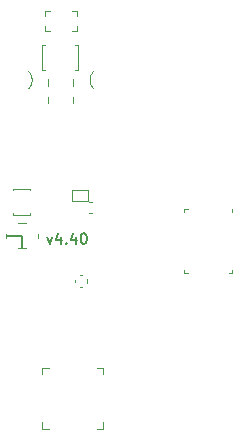
<source format=gbr>
G04 #@! TF.GenerationSoftware,KiCad,Pcbnew,(5.1.6)-1*
G04 #@! TF.CreationDate,2020-11-17T19:43:21-08:00*
G04 #@! TF.ProjectId,Miniscope-v4-Rigid-Flex,4d696e69-7363-46f7-9065-2d76342d5269,rev?*
G04 #@! TF.SameCoordinates,Original*
G04 #@! TF.FileFunction,Legend,Top*
G04 #@! TF.FilePolarity,Positive*
%FSLAX46Y46*%
G04 Gerber Fmt 4.6, Leading zero omitted, Abs format (unit mm)*
G04 Created by KiCad (PCBNEW (5.1.6)-1) date 2020-11-17 19:43:21*
%MOMM*%
%LPD*%
G01*
G04 APERTURE LIST*
%ADD10C,0.120000*%
%ADD11C,0.177800*%
%ADD12C,0.100000*%
%ADD13C,0.150000*%
G04 APERTURE END LIST*
D10*
X106500001Y-100749999D02*
G75*
G02*
X106500001Y-99250001I749999J749999D01*
G01*
X100999999Y-99250001D02*
G75*
G02*
X100999999Y-100749999I-749999J-749999D01*
G01*
D11*
X102569866Y-113240700D02*
X102781533Y-113833366D01*
X102993200Y-113240700D01*
X103712866Y-113240700D02*
X103712866Y-113833366D01*
X103501200Y-112902033D02*
X103289533Y-113537033D01*
X103839866Y-113537033D01*
X104178533Y-113748700D02*
X104220866Y-113791033D01*
X104178533Y-113833366D01*
X104136200Y-113791033D01*
X104178533Y-113748700D01*
X104178533Y-113833366D01*
X104982866Y-113240700D02*
X104982866Y-113833366D01*
X104771200Y-112902033D02*
X104559533Y-113537033D01*
X105109866Y-113537033D01*
X105617866Y-112944366D02*
X105702533Y-112944366D01*
X105787200Y-112986700D01*
X105829533Y-113029033D01*
X105871866Y-113113700D01*
X105914200Y-113283033D01*
X105914200Y-113494700D01*
X105871866Y-113664033D01*
X105829533Y-113748700D01*
X105787200Y-113791033D01*
X105702533Y-113833366D01*
X105617866Y-113833366D01*
X105533200Y-113791033D01*
X105490866Y-113748700D01*
X105448533Y-113664033D01*
X105406200Y-113494700D01*
X105406200Y-113283033D01*
X105448533Y-113113700D01*
X105490866Y-113029033D01*
X105533200Y-112986700D01*
X105617866Y-112944366D01*
D12*
X105331600Y-117512600D02*
X105531600Y-117512600D01*
X104931600Y-116912600D02*
X104931600Y-117112600D01*
X105531600Y-116512600D02*
X105331600Y-116512600D01*
X105931600Y-117162600D02*
X105931600Y-116862600D01*
X107316800Y-124368400D02*
X106766800Y-124368400D01*
X107316800Y-124918400D02*
X107316800Y-124368400D01*
X107316800Y-129528400D02*
X106766800Y-129528400D01*
X107316800Y-128978400D02*
X107316800Y-129528400D01*
X102156800Y-129528400D02*
X102706800Y-129528400D01*
X102156800Y-128978400D02*
X102156800Y-129528400D01*
X102156800Y-124368400D02*
X102706800Y-124368400D01*
X102156800Y-124918400D02*
X102156800Y-124368400D01*
D10*
X118210200Y-116298600D02*
X117950200Y-116298600D01*
X118210200Y-116298600D02*
X118210200Y-116038600D01*
X114190200Y-116298600D02*
X114450200Y-116298600D01*
X114190200Y-116298600D02*
X114190200Y-116038600D01*
X118210200Y-110878600D02*
X118210200Y-111138600D01*
X114190200Y-110878600D02*
X114450200Y-110878600D01*
X114190200Y-110878600D02*
X114190200Y-111138600D01*
D12*
X101109000Y-109330400D02*
X101109000Y-109220400D01*
X101109000Y-109220400D02*
X99709000Y-109220400D01*
X99709000Y-109220400D02*
X99709000Y-109330400D01*
X101109000Y-111270400D02*
X101109000Y-111380400D01*
X101109000Y-111380400D02*
X99709000Y-111380400D01*
X99709000Y-111380400D02*
X99709000Y-111270400D01*
D13*
X100434400Y-113170600D02*
X100434400Y-114220600D01*
X99159400Y-113170600D02*
X100434400Y-113170600D01*
D12*
X100789400Y-112090600D02*
X100079400Y-112090600D01*
X100079400Y-114250600D02*
X100789400Y-114250600D01*
X101764400Y-113325600D02*
X101764400Y-113015600D01*
X99104400Y-113325600D02*
X99104400Y-113015600D01*
X106075200Y-110277600D02*
X106325200Y-110277600D01*
X106075200Y-111237600D02*
X106325200Y-111237600D01*
D10*
X104686600Y-109327000D02*
X105986600Y-109327000D01*
X104686600Y-110207000D02*
X104686600Y-109327000D01*
X105986600Y-110207000D02*
X104686600Y-110207000D01*
X105986600Y-109327000D02*
X105986600Y-110207000D01*
D12*
X104927200Y-109603800D02*
G75*
G03*
X104927200Y-109603800I-50000J0D01*
G01*
X104771000Y-99905800D02*
X104771000Y-100475800D01*
X102651000Y-99905800D02*
X102651000Y-100475800D01*
X102651000Y-101965800D02*
X102651000Y-101395800D01*
X104771000Y-101965800D02*
X104771000Y-101395800D01*
X105203600Y-99130200D02*
X104938600Y-99130200D01*
X105203600Y-97030200D02*
X105203600Y-99130200D01*
X104938600Y-97030200D02*
X105203600Y-97030200D01*
X102103600Y-99130200D02*
X102368600Y-99130200D01*
X102103600Y-97030200D02*
X102103600Y-99130200D01*
X102368600Y-97030200D02*
X102103600Y-97030200D01*
X105095200Y-95376000D02*
X105095200Y-95796000D01*
X105095200Y-95796000D02*
X104675200Y-95796000D01*
X105095200Y-94536000D02*
X105095200Y-94116000D01*
X105095200Y-94116000D02*
X104675200Y-94116000D01*
X102415200Y-94536000D02*
X102415200Y-94116000D01*
X102415200Y-94116000D02*
X102835200Y-94116000D01*
X102415200Y-95376000D02*
X102415200Y-95796000D01*
X102415200Y-95796000D02*
X102835200Y-95796000D01*
M02*

</source>
